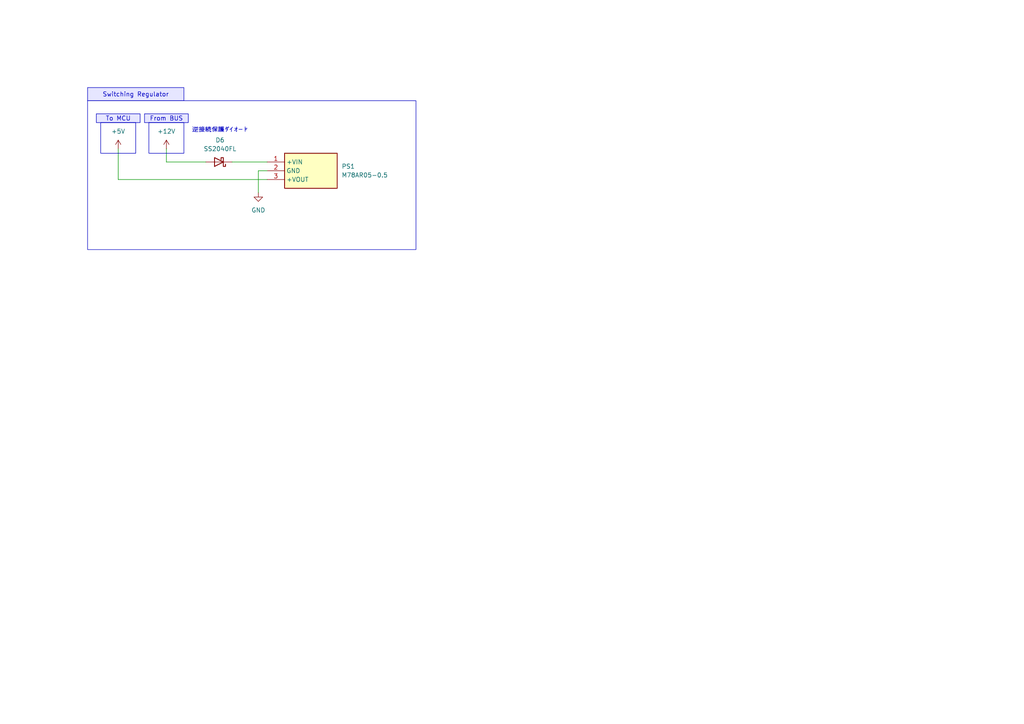
<source format=kicad_sch>
(kicad_sch (version 20250114) (generator "eeschema") (generator_version "9.0")
  (paper "A4")
  (lib_symbols
    (symbol "Device:D_Schottky" (pin_numbers (hide yes)) (pin_names (offset 1.016) (hide yes))
      (property "Reference" "D" (at 0 2.54 0))
      (property "Value" "D_Schottky" (at 0 -2.54 0))
      (symbol "D_Schottky_0_1"
        (polyline (pts (xy -1.905 0.635) (xy -1.905 1.27) (xy -1.27 1.27) (xy -1.27 -1.27) (xy -0.635 -1.27) (xy -0.635 -0.635)) (stroke (width 0.254)))
        (polyline (pts (xy 1.27 1.27) (xy 1.27 -1.27) (xy -1.27 0) (xy 1.27 1.27)) (stroke (width 0.254)))
        (polyline (pts (xy 1.27 0) (xy -1.27 0)))
      )
      (symbol "D_Schottky_1_1"
        (pin passive line (at -3.81 0 0) (length 2.54) (name "K") (number "1"))
        (pin passive line (at 3.81 0 180) (length 2.54) (name "A") (number "2"))
      )
    )
    (symbol "TSRP_IC:M78AR05-0.5"
      (property "Reference" "PS" (at 21.59 7.62 0))
      (property "Value" "M78AR05-0.5" (at 21.59 5.08 0))
      (symbol "M78AR05-0.5_1_1"
        (rectangle (start 5.08 2.54) (end 20.32 -7.62) (stroke (width 0.254)) (fill (type background)))
        (pin passive line (at 0 0 0) (length 5.08) (name "+VIN") (number "1"))
        (pin passive line (at 0 -2.54 0) (length 5.08) (name "GND") (number "2"))
        (pin passive line (at 0 -5.08 0) (length 5.08) (name "+VOUT") (number "3"))
      )
    )
    (symbol "power:+12V" (power) (pin_numbers (hide yes)) (pin_names (offset 0) (hide yes))
      (property "Value" "+12V" (at 0 3.556 0))
      (symbol "+12V_0_1"
        (polyline (pts (xy -0.762 1.27) (xy 0 2.54)))
        (polyline (pts (xy 0 2.54) (xy 0.762 1.27)))
        (polyline (pts (xy 0 0) (xy 0 2.54)))
      )
      (symbol "+12V_1_1"
        (pin power_in line (at 0 0 90) (length 0) (name "~") (number "1"))
      )
    )
    (symbol "power:+5V" (power) (pin_numbers (hide yes)) (pin_names (offset 0) (hide yes))
      (property "Value" "+5V" (at 0 3.556 0))
      (symbol "+5V_0_1"
        (polyline (pts (xy -0.762 1.27) (xy 0 2.54)))
        (polyline (pts (xy 0 2.54) (xy 0.762 1.27)))
        (polyline (pts (xy 0 0) (xy 0 2.54)))
      )
      (symbol "+5V_1_1"
        (pin power_in line (at 0 0 90) (length 0) (name "~") (number "1"))
      )
    )
    (symbol "power:GND" (power) (pin_numbers (hide yes)) (pin_names (offset 0) (hide yes))
      (property "Value" "GND" (at 0 -3.81 0))
      (symbol "GND_0_1"
        (polyline (pts (xy 0 0) (xy 0 -1.27) (xy 1.27 -1.27) (xy 0 -2.54) (xy -1.27 -1.27) (xy 0 -1.27)))
      )
      (symbol "GND_1_1"
        (pin power_in line (at 0 0 270) (length 0) (name "~") (number "1"))
      )
    )
  )
  (rectangle (start 29.21 35.56) (end 39.37 44.45))
  (rectangle (start 25.4 29.21) (end 120.65 72.39))
  (rectangle (start 43.18 35.56) (end 53.34 44.45))
  (text "逆接続保護ダイオード" (at 63.754 37.846 0) (effects (font (size 1.27 1.27))))
  (text_box "Switching Regulator" (at 25.4 25.4 0) (size 27.94 3.81) (margins 0.9525 0.9525 0.9525 0.9525) (fill (type color) (color 0 0 255 0.1)) (effects (font (size 1.27 1.27))))
  (text_box "From BUS" (at 41.91 33.02 0) (size 12.7 2.54) (margins 0.9525 0.9525 0.9525 0.9525) (fill (type color) (color 0 0 255 0.1)) (effects (font (size 1.27 1.27))))
  (text_box "To MCU" (at 27.94 33.02 0) (size 12.7 2.54) (margins 0.9525 0.9525 0.9525 0.9525) (fill (type color) (color 0 0 255 0.1)) (effects (font (size 1.27 1.27))))
  (wire (pts (xy 77.47 52.07) (xy 34.29 52.07)))
  (wire (pts (xy 77.47 49.53) (xy 74.93 49.53)))
  (wire (pts (xy 48.26 43.18) (xy 48.26 46.99)))
  (wire (pts (xy 48.26 46.99) (xy 59.69 46.99)))
  (wire (pts (xy 34.29 52.07) (xy 34.29 43.18)))
  (wire (pts (xy 67.31 46.99) (xy 77.47 46.99)))
  (wire (pts (xy 74.93 49.53) (xy 74.93 55.88)))
  (symbol (lib_id "power:+5V") (at 34.29 43.18 0) (unit 1)
    (property "Reference" "#PWR042" (effects (hide yes)))
    (property "Value" "+5V" (at 34.29 38.1 0))
    (property "Description" "Power symbol creates a global label with name \"+5V\"" (effects (hide yes)))
  )
  (symbol (lib_id "power:+12V") (at 48.26 43.18 0) (unit 1)
    (property "Reference" "#PWR043" (effects (hide yes)))
    (property "Value" "+12V" (at 48.26 38.1 0))
    (property "Description" "Power symbol creates a global label with name \"+12V\"" (effects (hide yes)))
  )
  (symbol (lib_id "Device:D_Schottky") (at 63.5 46.99 180) (unit 1)
    (property "Reference" "D6" (at 63.8175 40.64 0))
    (property "Value" "SS2040FL" (at 63.8175 43.18 0))
    (property "Footprint" "Diode_SMD:D_SOD-123F" (effects (hide yes)))
    (property "Datasheet" "https://akizukidenshi.com/catalog/g/g102073/" (effects (hide yes)))
    (property "Description" "Schottky diode" (effects (hide yes)))
  )
  (symbol (lib_id "TSRP_IC:M78AR05-0.5") (at 77.47 46.99 0) (unit 1)
    (property "Reference" "PS1" (at 99.06 48.2599 0) (effects (justify left)))
    (property "Value" "M78AR05-0.5" (at 99.06 50.7999 0) (effects (justify left)))
    (property "Footprint" "TSRP_IC:M78AR03305" (effects (hide yes)))
    (property "Datasheet" "https://www.minmaxpower.com/storage/media/Product-MINMAX/M78AR-0.5/M78AR-0.5_Datasheet.pdf" (effects (hide yes)))
    (property "Description" "The M78AR-0.5 series is a new range of switching regulators designed as a drop-in replacement for old LM78xx linear regulators with low efficiency.The very high efficiency of these step-down converters allow an operating temperature up to 80 at full-load without need of any heatsink. The regulators come in a package which fits in the standard TO-220 footprint of linear regulators." (effects (hide yes)))
    (property "Height" "10.7" (effects (hide yes)))
    (property "Manufacturer_Name" "Minmax" (effects (hide yes)))
    (property "Manufacturer_Part_Number" "M78AR05-0.5" (effects (hide yes)))
  )
  (symbol (lib_id "power:GND") (at 74.93 55.88 0) (unit 1)
    (property "Reference" "#PWR045" (effects (hide yes)))
    (property "Value" "GND" (at 74.93 60.96 0))
    (property "Description" "Power symbol creates a global label with name \"GND\" , ground" (effects (hide yes)))
  )
)
</source>
